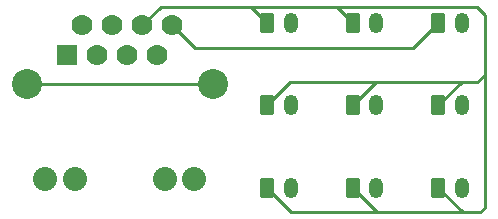
<source format=gbr>
%TF.GenerationSoftware,KiCad,Pcbnew,(6.0.6)*%
%TF.CreationDate,2022-06-26T22:04:57-07:00*%
%TF.ProjectId,KnightPCB,4b6e6967-6874-4504-9342-2e6b69636164,rev?*%
%TF.SameCoordinates,Original*%
%TF.FileFunction,Copper,L1,Top*%
%TF.FilePolarity,Positive*%
%FSLAX46Y46*%
G04 Gerber Fmt 4.6, Leading zero omitted, Abs format (unit mm)*
G04 Created by KiCad (PCBNEW (6.0.6)) date 2022-06-26 22:04:57*
%MOMM*%
%LPD*%
G01*
G04 APERTURE LIST*
G04 Aperture macros list*
%AMRoundRect*
0 Rectangle with rounded corners*
0 $1 Rounding radius*
0 $2 $3 $4 $5 $6 $7 $8 $9 X,Y pos of 4 corners*
0 Add a 4 corners polygon primitive as box body*
4,1,4,$2,$3,$4,$5,$6,$7,$8,$9,$2,$3,0*
0 Add four circle primitives for the rounded corners*
1,1,$1+$1,$2,$3*
1,1,$1+$1,$4,$5*
1,1,$1+$1,$6,$7*
1,1,$1+$1,$8,$9*
0 Add four rect primitives between the rounded corners*
20,1,$1+$1,$2,$3,$4,$5,0*
20,1,$1+$1,$4,$5,$6,$7,0*
20,1,$1+$1,$6,$7,$8,$9,0*
20,1,$1+$1,$8,$9,$2,$3,0*%
G04 Aperture macros list end*
%TA.AperFunction,ComponentPad*%
%ADD10O,1.200000X1.750000*%
%TD*%
%TA.AperFunction,ComponentPad*%
%ADD11RoundRect,0.250000X-0.350000X-0.625000X0.350000X-0.625000X0.350000X0.625000X-0.350000X0.625000X0*%
%TD*%
%TA.AperFunction,ComponentPad*%
%ADD12R,1.778000X1.778000*%
%TD*%
%TA.AperFunction,ComponentPad*%
%ADD13C,1.778000*%
%TD*%
%TA.AperFunction,ComponentPad*%
%ADD14C,2.032000*%
%TD*%
%TA.AperFunction,ComponentPad*%
%ADD15C,2.540000*%
%TD*%
%TA.AperFunction,Conductor*%
%ADD16C,0.250000*%
%TD*%
G04 APERTURE END LIST*
D10*
%TO.P,J4,2,Pin_2*%
%TO.N,Net-(J4-Pad2)*%
X78400000Y-44150000D03*
D11*
%TO.P,J4,1,Pin_1*%
%TO.N,Net-(J5A1-Pad1)*%
X76400000Y-44150000D03*
%TD*%
%TO.P,J2,1,Pin_1*%
%TO.N,Net-(J5A1-Pad1)*%
X83650000Y-37150000D03*
D10*
%TO.P,J2,2,Pin_2*%
%TO.N,Net-(J2-Pad2)*%
X85650000Y-37150000D03*
%TD*%
D12*
%TO.P,R1,1*%
%TO.N,Net-(J5A1-Pad2)*%
X59480000Y-39890000D03*
D13*
%TO.P,R1,2*%
%TO.N,Net-(J4-Pad2)*%
X60750000Y-37350000D03*
%TO.P,R1,3*%
%TO.N,Net-(J3-Pad2)*%
X62020000Y-39890000D03*
%TO.P,R1,4*%
%TO.N,Net-(J2-Pad2)*%
X63290000Y-37350000D03*
%TO.P,R1,5*%
%TO.N,Net-(J1-Pad2)*%
X64560000Y-39890000D03*
%TO.P,R1,6*%
%TO.N,Net-(J5A1-Pad1)*%
X65830000Y-37350000D03*
%TO.P,R1,7*%
%TO.N,Net-(J6-Pad2)*%
X67100000Y-39890000D03*
%TO.P,R1,8*%
%TO.N,Net-(J6-Pad1)*%
X68370000Y-37350000D03*
D14*
%TO.P,R1,9*%
%TO.N,unconnected-(R1-Pad9)*%
X70224200Y-50354800D03*
%TO.P,R1,10*%
%TO.N,unconnected-(R1-Pad10)*%
X67709600Y-50354800D03*
%TO.P,R1,11*%
%TO.N,unconnected-(R1-Pad11)*%
X60115000Y-50354800D03*
%TO.P,R1,12*%
%TO.N,unconnected-(R1-Pad12)*%
X57600400Y-50354800D03*
D15*
%TO.P,R1,SH*%
%TO.N,unconnected-(R1-PadSH)*%
X71799000Y-42353800D03*
X56051000Y-42353800D03*
%TD*%
D10*
%TO.P,J1,2,Pin_2*%
%TO.N,Net-(J1-Pad2)*%
X78400000Y-37150000D03*
D11*
%TO.P,J1,1,Pin_1*%
%TO.N,Net-(J5A1-Pad1)*%
X76400000Y-37150000D03*
%TD*%
%TO.P,J6,1,Pin_1*%
%TO.N,Net-(J6-Pad1)*%
X90900000Y-37150000D03*
D10*
%TO.P,J6,2,Pin_2*%
%TO.N,Net-(J6-Pad2)*%
X92900000Y-37150000D03*
%TD*%
D11*
%TO.P,J5D1,1,Pin_1*%
%TO.N,Net-(J5A1-Pad1)*%
X90900000Y-44150000D03*
D10*
%TO.P,J5D1,2,Pin_2*%
%TO.N,Net-(J5A1-Pad2)*%
X92900000Y-44150000D03*
%TD*%
D11*
%TO.P,J5C1,1,Pin_1*%
%TO.N,Net-(J5A1-Pad1)*%
X90900000Y-51150000D03*
D10*
%TO.P,J5C1,2,Pin_2*%
%TO.N,Net-(J5A1-Pad2)*%
X92900000Y-51150000D03*
%TD*%
D11*
%TO.P,J5B1,1,Pin_1*%
%TO.N,Net-(J5A1-Pad1)*%
X83650000Y-51150000D03*
D10*
%TO.P,J5B1,2,Pin_2*%
%TO.N,Net-(J5A1-Pad2)*%
X85650000Y-51150000D03*
%TD*%
%TO.P,J5A1,2,Pin_2*%
%TO.N,Net-(J5A1-Pad2)*%
X78400000Y-51150000D03*
D11*
%TO.P,J5A1,1,Pin_1*%
%TO.N,Net-(J5A1-Pad1)*%
X76400000Y-51150000D03*
%TD*%
%TO.P,J3,1,Pin_1*%
%TO.N,Net-(J5A1-Pad1)*%
X83650000Y-44150000D03*
D10*
%TO.P,J3,2,Pin_2*%
%TO.N,Net-(J3-Pad2)*%
X85650000Y-44150000D03*
%TD*%
D16*
%TO.N,unconnected-(R1-PadSH)*%
X71799000Y-42353800D02*
X56051000Y-42353800D01*
%TO.N,Net-(J6-Pad1)*%
X88750000Y-39300000D02*
X90900000Y-37150000D01*
X70320000Y-39300000D02*
X88750000Y-39300000D01*
X68370000Y-37350000D02*
X70320000Y-39300000D01*
%TO.N,Net-(J5A1-Pad1)*%
X78450000Y-53200000D02*
X76400000Y-51150000D01*
X85700000Y-53200000D02*
X78450000Y-53200000D01*
X85700000Y-53200000D02*
X83650000Y-51150000D01*
X92950000Y-53200000D02*
X85700000Y-53200000D01*
X92950000Y-53200000D02*
X90900000Y-51150000D01*
X94450000Y-53200000D02*
X92950000Y-53200000D01*
X94850000Y-52800000D02*
X94450000Y-53200000D01*
X94850000Y-41100000D02*
X94850000Y-52800000D01*
X94850000Y-41100000D02*
X94850000Y-41550000D01*
X94850000Y-36500000D02*
X94850000Y-41100000D01*
X85600000Y-42200000D02*
X78350000Y-42200000D01*
X78350000Y-42200000D02*
X76400000Y-44150000D01*
X92850000Y-42200000D02*
X85600000Y-42200000D01*
X85600000Y-42200000D02*
X83650000Y-44150000D01*
X92850000Y-42200000D02*
X90900000Y-44150000D01*
X94200000Y-42200000D02*
X92850000Y-42200000D01*
X94850000Y-41550000D02*
X94200000Y-42200000D01*
X94165034Y-35815034D02*
X94850000Y-36500000D01*
X82315034Y-35815034D02*
X94165034Y-35815034D01*
X82315034Y-35815034D02*
X83650000Y-37150000D01*
X74784966Y-35815034D02*
X82315034Y-35815034D01*
X74784966Y-35815034D02*
X75065034Y-35815034D01*
X67364966Y-35815034D02*
X74784966Y-35815034D01*
X75065034Y-35815034D02*
X76400000Y-37150000D01*
X65830000Y-37350000D02*
X67364966Y-35815034D01*
%TD*%
M02*

</source>
